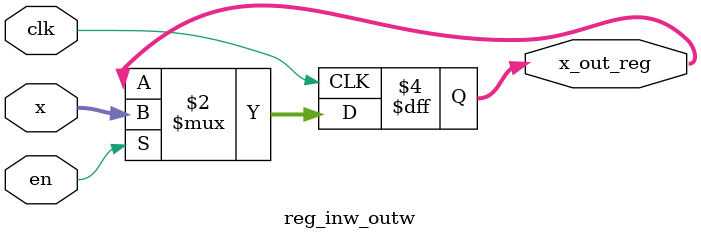
<source format=v>
`timescale 1ns / 1ps


module reg_inw_outw#(
    parameter inw = 6,
    parameter outw = 6
)(
    input clk,
    input en,
    input [inw-1:0] x,
    output reg [outw-1:0] x_out_reg
    
    );


//assign x_out = x_out_reg;
    
always@(posedge clk)
begin
    if(en)
        x_out_reg <= x;
end

    
endmodule

</source>
